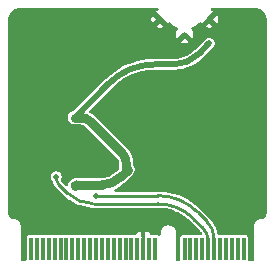
<source format=gbr>
%TF.GenerationSoftware,KiCad,Pcbnew,9.0.0*%
%TF.CreationDate,2025-05-23T16:00:21+04:00*%
%TF.ProjectId,02_05_sensor_magnetometer_LIS2MDLTR,30325f30-355f-4736-956e-736f725f6d61,rev?*%
%TF.SameCoordinates,Original*%
%TF.FileFunction,Copper,L2,Bot*%
%TF.FilePolarity,Positive*%
%FSLAX46Y46*%
G04 Gerber Fmt 4.6, Leading zero omitted, Abs format (unit mm)*
G04 Created by KiCad (PCBNEW 9.0.0) date 2025-05-23 16:00:21*
%MOMM*%
%LPD*%
G01*
G04 APERTURE LIST*
%TA.AperFunction,SMDPad,CuDef*%
%ADD10R,0.350000X1.950000*%
%TD*%
%TA.AperFunction,ComponentPad*%
%ADD11C,0.454000*%
%TD*%
%TA.AperFunction,ViaPad*%
%ADD12C,0.500000*%
%TD*%
%TA.AperFunction,ViaPad*%
%ADD13C,0.700000*%
%TD*%
%TA.AperFunction,Conductor*%
%ADD14C,0.750000*%
%TD*%
%TA.AperFunction,Conductor*%
%ADD15C,0.500000*%
%TD*%
%TA.AperFunction,Conductor*%
%ADD16C,0.250000*%
%TD*%
G04 APERTURE END LIST*
D10*
%TO.P,J1,2,3.3V*%
%TO.N,+3V3*%
X157501100Y-112840617D03*
%TO.P,J1,4,3.3V_EN*%
%TO.N,/3.3V_EN*%
X157001100Y-112840617D03*
%TO.P,J1,6,~{RESET}*%
%TO.N,+5V*%
X156501100Y-112840617D03*
%TO.P,J1,8,G11*%
%TO.N,/G11-SWO*%
X156001100Y-112840617D03*
%TO.P,J1,10,D0*%
%TO.N,/D0*%
X155501100Y-112840617D03*
%TO.P,J1,12,I2C_SDA*%
%TO.N,LIS2MDLTR_SDA*%
X155001100Y-112840617D03*
%TO.P,J1,14,I2C_SCL*%
%TO.N,LIS2MDLTR_SCL*%
X154501100Y-112840617D03*
%TO.P,J1,16,I2C_~{INT}*%
%TO.N,/I2C_~{INT}*%
X154001100Y-112840617D03*
%TO.P,J1,18,D1/CAM_TRIG*%
%TO.N,/D1-CAM_TRIG*%
X153501100Y-112840617D03*
%TO.P,J1,20,RX2*%
%TO.N,/UART_RX2*%
X153001100Y-112840617D03*
%TO.P,J1,22,TX2*%
%TO.N,/UART_TX2*%
X152501100Y-112840617D03*
%TO.P,J1,32,PWM0*%
%TO.N,/PWM0*%
X150001100Y-112840617D03*
%TO.P,J1,34,A0*%
%TO.N,/A0*%
X149501100Y-112840617D03*
%TO.P,J1,36,GND*%
%TO.N,GND*%
X149001100Y-112840617D03*
%TO.P,J1,38,A1*%
%TO.N,/A1*%
X148501100Y-112840617D03*
%TO.P,J1,40,G0/BUS0*%
%TO.N,/G0*%
X148001100Y-112840617D03*
%TO.P,J1,42,G1/BUS1*%
%TO.N,LIS2MDLTR_pwr_cyc*%
X147501100Y-112840617D03*
%TO.P,J1,44,G2/BUS2*%
%TO.N,LIS2MDLTR_INT*%
X147001100Y-112840617D03*
%TO.P,J1,46,G3/BUS3*%
%TO.N,/G3*%
X146501100Y-112840617D03*
%TO.P,J1,48,G4/BUS4*%
%TO.N,/G4*%
X146001100Y-112840617D03*
%TO.P,J1,50,AUD_BCLK*%
%TO.N,/AUD_BCLK*%
X145501100Y-112840617D03*
%TO.P,J1,52,AUD_LRCLK*%
%TO.N,/AUD_LRCLK*%
X145001100Y-112840617D03*
%TO.P,J1,54,AUD_IN/CAM_PCLK*%
%TO.N,/AUD_IN-CAM_PCLK*%
X144501100Y-112840617D03*
%TO.P,J1,56,AUD_OUT/CAM_MCLK*%
%TO.N,/AUD_OUT-CAM_MCLK*%
X144001100Y-112840617D03*
%TO.P,J1,58,AUD_MCLK*%
%TO.N,/AUD_MCLK*%
X143501100Y-112840617D03*
%TO.P,J1,60,SPI_SCK1/SDIO_CLK*%
%TO.N,LIS2MDLTR_MOSI*%
X143001100Y-112840617D03*
%TO.P,J1,62,SPI_SDO1/SDIO_CMD*%
%TO.N,LIS2MDLTR_MISO*%
X142501100Y-112840617D03*
%TO.P,J1,64,SPI_SDI1/SDIO_DATA0*%
%TO.N,LIS2MDLTR_SCK*%
X142001100Y-112840617D03*
%TO.P,J1,66,SDIO_DATA1*%
%TO.N,LIS2MDLTR_CS*%
X141501100Y-112840617D03*
%TO.P,J1,68,SDIO_DATA2*%
%TO.N,/SDIO_DATA2*%
X141001100Y-112840617D03*
%TO.P,J1,70,SPI_~{CS1}/SDIO_DATA3*%
%TO.N,/SDIO_DATA3-~{SPI_CS1}*%
X140501100Y-112840617D03*
%TO.P,J1,72,RTC_3V*%
%TO.N,/RTC_3V_BATT*%
X140001100Y-112840617D03*
%TO.P,J1,74,3.3V*%
%TO.N,+3V3*%
X139501100Y-112840617D03*
D11*
%TO.P,J1,GND1,GND*%
%TO.N,GND*%
X150401100Y-93365617D03*
%TO.P,J1,GND2,GND*%
X152501100Y-94665617D03*
%TO.P,J1,GND3,GND*%
X154601100Y-93365617D03*
%TD*%
D12*
%TO.N,+3V3*%
X154600000Y-95400000D03*
X143200000Y-107500000D03*
X143200000Y-101700000D03*
X147700000Y-106100000D03*
D13*
%TO.N,GND*%
X153900000Y-97900000D03*
X145400000Y-94915617D03*
X146400000Y-94915617D03*
X153900000Y-98900000D03*
X147400000Y-93915617D03*
X152900000Y-98900000D03*
X146400000Y-93915617D03*
X145400000Y-95915617D03*
X145400000Y-93915617D03*
X151900000Y-99900000D03*
X152900000Y-99900000D03*
X153900000Y-99900000D03*
D12*
%TO.N,LIS2MDLTR_SCL*%
X141650064Y-106704093D03*
%TO.N,LIS2MDLTR_SDA*%
X145000000Y-108300000D03*
%TD*%
D14*
%TO.N,+3V3*%
X143200000Y-101700000D02*
X143700000Y-101700000D01*
X143370710Y-107400000D02*
X145480761Y-107400000D01*
D15*
X154600000Y-95400000D02*
X153700000Y-96300000D01*
D14*
X147650000Y-106100000D02*
X147700000Y-106100000D01*
X143200000Y-107500000D02*
X143250000Y-107450000D01*
X147564644Y-106064644D02*
X147564644Y-105564644D01*
D15*
X149953963Y-97200000D02*
X151527207Y-97200000D01*
X146106207Y-98793792D02*
X143200000Y-101700000D01*
D14*
X147211090Y-104711090D02*
X144553553Y-102053553D01*
X147050000Y-106750000D02*
X147700000Y-106100000D01*
D15*
X149953963Y-97200000D02*
G75*
G03*
X146106236Y-98793821I37J-5441500D01*
G01*
X153700000Y-96300000D02*
G75*
G02*
X151527207Y-97200003I-2172800J2172800D01*
G01*
D14*
X147564644Y-106064644D02*
G75*
G03*
X147650000Y-106100003I85356J85344D01*
G01*
X144553553Y-102053553D02*
G75*
G03*
X143700000Y-101699998I-853553J-853547D01*
G01*
X147050000Y-106750000D02*
G75*
G02*
X145480761Y-107399984I-1569200J1569200D01*
G01*
X147211090Y-104711090D02*
G75*
G02*
X147564602Y-105564644I-853590J-853510D01*
G01*
X143370710Y-107400000D02*
G75*
G03*
X143249997Y-107449997I-10J-170700D01*
G01*
D16*
%TO.N,LIS2MDLTR_SCL*%
X141807738Y-107307738D02*
X142575032Y-108075032D01*
X150231455Y-109000000D02*
X144808102Y-109000000D01*
X154501100Y-112170858D02*
X154501100Y-112840617D01*
X154027509Y-111027509D02*
X153250550Y-110250550D01*
X141650064Y-106704093D02*
X141650064Y-106927078D01*
X154027509Y-111027509D02*
G75*
G02*
X154501141Y-112170858I-1143309J-1143391D01*
G01*
X141807738Y-107307738D02*
G75*
G02*
X141650080Y-106927078I380662J380638D01*
G01*
X150231455Y-109000000D02*
G75*
G02*
X153250563Y-110250537I45J-4269600D01*
G01*
X144808102Y-109000000D02*
G75*
G02*
X142575039Y-108075025I-2J3158000D01*
G01*
%TO.N,LIS2MDLTR_SDA*%
X150219323Y-108300000D02*
X145100000Y-108300000D01*
X155001100Y-111970858D02*
X155001100Y-112840617D01*
X154386087Y-110486087D02*
X153600550Y-109700550D01*
X150219323Y-108300000D02*
G75*
G02*
X153600543Y-109700557I-23J-4781800D01*
G01*
X154386087Y-110486087D02*
G75*
G02*
X155001124Y-111970858I-1484787J-1484813D01*
G01*
%TD*%
%TA.AperFunction,Conductor*%
%TO.N,GND*%
G36*
X150256125Y-92435802D02*
G01*
X150301880Y-92488606D01*
X150311824Y-92557764D01*
X150282799Y-92621320D01*
X150224021Y-92659094D01*
X150213277Y-92661734D01*
X150189049Y-92666553D01*
X150071678Y-92715168D01*
X150561613Y-93205104D01*
X151051547Y-93695038D01*
X151055949Y-93694162D01*
X151091477Y-93650076D01*
X151157771Y-93628010D01*
X151225470Y-93645288D01*
X151243401Y-93658218D01*
X151419344Y-93810673D01*
X151419350Y-93810677D01*
X151635996Y-93949907D01*
X151636019Y-93949920D01*
X151862774Y-94053475D01*
X151915578Y-94099229D01*
X151935263Y-94166269D01*
X151915579Y-94233308D01*
X151914366Y-94235159D01*
X151856840Y-94321254D01*
X151802038Y-94453558D01*
X151802036Y-94453566D01*
X151774100Y-94594009D01*
X151774100Y-94737224D01*
X151802035Y-94877667D01*
X151802038Y-94877676D01*
X151850650Y-94995037D01*
X152252905Y-94592784D01*
X152314228Y-94559299D01*
X152383920Y-94564283D01*
X152428267Y-94592784D01*
X152430389Y-94594906D01*
X152416324Y-94608972D01*
X152401100Y-94645726D01*
X152401100Y-94685508D01*
X152416324Y-94722262D01*
X152444455Y-94750393D01*
X152481209Y-94765617D01*
X152520991Y-94765617D01*
X152557745Y-94750393D01*
X152585876Y-94722262D01*
X152601100Y-94685508D01*
X152601100Y-94645726D01*
X152585876Y-94608972D01*
X152571810Y-94594906D01*
X152573932Y-94592785D01*
X152635255Y-94559300D01*
X152704947Y-94564284D01*
X152749294Y-94592785D01*
X153151547Y-94995038D01*
X153200161Y-94877675D01*
X153200163Y-94877667D01*
X153228099Y-94737224D01*
X153228100Y-94737221D01*
X153228100Y-94594013D01*
X153228099Y-94594009D01*
X153200163Y-94453566D01*
X153200161Y-94453558D01*
X153145358Y-94321250D01*
X153087834Y-94235159D01*
X153066956Y-94168482D01*
X153085441Y-94101102D01*
X153137420Y-94054412D01*
X153139316Y-94053524D01*
X153221343Y-94016064D01*
X154271677Y-94016064D01*
X154389041Y-94064678D01*
X154389049Y-94064680D01*
X154529492Y-94092616D01*
X154529496Y-94092617D01*
X154672704Y-94092617D01*
X154672707Y-94092616D01*
X154813150Y-94064680D01*
X154813158Y-94064678D01*
X154930521Y-94016064D01*
X154601101Y-93686643D01*
X154601100Y-93686643D01*
X154271677Y-94016064D01*
X153221343Y-94016064D01*
X153366192Y-93949914D01*
X153582856Y-93810673D01*
X153758800Y-93658216D01*
X153822353Y-93629193D01*
X153891511Y-93639136D01*
X153944315Y-93684891D01*
X153949503Y-93694810D01*
X153950650Y-93695038D01*
X154299964Y-93345726D01*
X154501100Y-93345726D01*
X154501100Y-93385508D01*
X154516324Y-93422262D01*
X154544455Y-93450393D01*
X154581209Y-93465617D01*
X154620991Y-93465617D01*
X154657745Y-93450393D01*
X154685876Y-93422262D01*
X154701100Y-93385508D01*
X154701100Y-93365616D01*
X154922126Y-93365616D01*
X154922126Y-93365617D01*
X155251547Y-93695038D01*
X155300161Y-93577675D01*
X155300163Y-93577667D01*
X155328099Y-93437224D01*
X155328100Y-93437221D01*
X155328100Y-93294013D01*
X155328099Y-93294009D01*
X155300163Y-93153566D01*
X155300161Y-93153558D01*
X155251547Y-93036194D01*
X154922126Y-93365616D01*
X154701100Y-93365616D01*
X154701100Y-93345726D01*
X154685876Y-93308972D01*
X154657745Y-93280841D01*
X154620991Y-93265617D01*
X154581209Y-93265617D01*
X154544455Y-93280841D01*
X154516324Y-93308972D01*
X154501100Y-93345726D01*
X154299964Y-93345726D01*
X154419117Y-93226574D01*
X154440587Y-93205104D01*
X154930521Y-92715168D01*
X154813159Y-92666555D01*
X154813150Y-92666553D01*
X154788923Y-92661734D01*
X154727012Y-92629350D01*
X154692438Y-92568634D01*
X154696177Y-92498865D01*
X154737043Y-92442192D01*
X154802061Y-92416611D01*
X154813114Y-92416117D01*
X158493234Y-92416117D01*
X158506716Y-92416852D01*
X158537216Y-92420187D01*
X158653104Y-92432863D01*
X158673654Y-92436890D01*
X158811775Y-92476317D01*
X158831349Y-92483743D01*
X158960838Y-92545843D01*
X158960865Y-92545856D01*
X158978917Y-92556475D01*
X159067068Y-92618914D01*
X159096114Y-92639488D01*
X159096133Y-92639501D01*
X159112142Y-92653009D01*
X159213701Y-92754570D01*
X159227208Y-92770578D01*
X159310233Y-92887796D01*
X159320852Y-92905850D01*
X159382957Y-93035356D01*
X159390387Y-93054939D01*
X159429813Y-93193063D01*
X159433840Y-93213617D01*
X159449865Y-93360146D01*
X159450600Y-93373627D01*
X159450600Y-109755872D01*
X159449451Y-109772714D01*
X159435814Y-109872185D01*
X159429333Y-109898169D01*
X159396341Y-109987818D01*
X159384432Y-110011804D01*
X159379611Y-110019341D01*
X159332964Y-110092274D01*
X159316183Y-110113144D01*
X159248633Y-110180692D01*
X159227763Y-110197471D01*
X159147286Y-110248941D01*
X159123298Y-110260850D01*
X159033656Y-110293836D01*
X159007671Y-110300317D01*
X158906155Y-110314230D01*
X158892791Y-110315329D01*
X158872130Y-110315907D01*
X158864324Y-110317542D01*
X158838078Y-110319407D01*
X158838072Y-110319408D01*
X158723484Y-110352555D01*
X158618415Y-110409056D01*
X158618407Y-110409062D01*
X158527573Y-110486380D01*
X158455019Y-110581074D01*
X158455018Y-110581076D01*
X158403992Y-110688904D01*
X158378932Y-110795850D01*
X158376775Y-110805053D01*
X158376007Y-110844291D01*
X158375600Y-110844699D01*
X158375600Y-110865177D01*
X158375590Y-110865687D01*
X158375579Y-110866282D01*
X158375579Y-110866318D01*
X158375020Y-110896650D01*
X158375600Y-110900539D01*
X158375600Y-113726000D01*
X158355915Y-113793039D01*
X158303111Y-113838794D01*
X158251600Y-113850000D01*
X158000600Y-113850000D01*
X157933561Y-113830315D01*
X157887806Y-113777511D01*
X157876600Y-113726000D01*
X157876600Y-111845866D01*
X157876599Y-111845864D01*
X157864968Y-111787387D01*
X157864967Y-111787386D01*
X157820652Y-111721064D01*
X157754330Y-111676749D01*
X157754329Y-111676748D01*
X157695852Y-111665117D01*
X157695848Y-111665117D01*
X157306352Y-111665117D01*
X157306351Y-111665117D01*
X157275288Y-111671295D01*
X157226912Y-111671295D01*
X157195849Y-111665117D01*
X157195848Y-111665117D01*
X156806352Y-111665117D01*
X156806351Y-111665117D01*
X156775288Y-111671295D01*
X156726912Y-111671295D01*
X156695849Y-111665117D01*
X156695848Y-111665117D01*
X156306352Y-111665117D01*
X156306351Y-111665117D01*
X156275288Y-111671295D01*
X156226912Y-111671295D01*
X156195849Y-111665117D01*
X156195848Y-111665117D01*
X155806352Y-111665117D01*
X155806351Y-111665117D01*
X155775288Y-111671295D01*
X155726912Y-111671295D01*
X155695849Y-111665117D01*
X155695848Y-111665117D01*
X155418012Y-111665117D01*
X155350973Y-111645432D01*
X155305218Y-111592628D01*
X155297407Y-111567234D01*
X155296890Y-111567353D01*
X155283440Y-111508429D01*
X155235497Y-111298389D01*
X155145524Y-111041274D01*
X155132094Y-111013387D01*
X155027334Y-110795856D01*
X155027333Y-110795855D01*
X154882401Y-110565202D01*
X154712558Y-110352231D01*
X154646552Y-110286226D01*
X154646552Y-110286225D01*
X153795098Y-109434770D01*
X153794967Y-109434654D01*
X153688822Y-109328509D01*
X153688815Y-109328502D01*
X153646021Y-109291952D01*
X153383647Y-109067862D01*
X153383633Y-109067852D01*
X153129193Y-108882991D01*
X153058958Y-108831962D01*
X153058955Y-108831960D01*
X153058948Y-108831955D01*
X152716784Y-108622276D01*
X152716773Y-108622269D01*
X152516206Y-108520075D01*
X152359181Y-108440066D01*
X152325701Y-108426198D01*
X151988411Y-108286487D01*
X151988406Y-108286485D01*
X151988400Y-108286483D01*
X151606713Y-108162464D01*
X151216472Y-108068774D01*
X151216466Y-108068773D01*
X150820087Y-108005990D01*
X150820075Y-108005989D01*
X150419993Y-107974500D01*
X150419990Y-107974500D01*
X150262176Y-107974500D01*
X146662459Y-107974500D01*
X146595420Y-107954815D01*
X146549665Y-107902011D01*
X146539721Y-107832853D01*
X146568746Y-107769297D01*
X146615007Y-107735939D01*
X146677102Y-107710219D01*
X146919274Y-107580778D01*
X147147591Y-107428223D01*
X147359855Y-107254023D01*
X147403360Y-107210517D01*
X147403365Y-107210515D01*
X147456940Y-107156940D01*
X147506352Y-107107529D01*
X147506352Y-107107527D01*
X147516557Y-107097323D01*
X147516560Y-107097318D01*
X148160515Y-106453365D01*
X148236281Y-106322135D01*
X148275500Y-106175766D01*
X148275500Y-106024233D01*
X148236281Y-105877865D01*
X148160515Y-105746635D01*
X148160513Y-105746633D01*
X148156757Y-105740127D01*
X148152607Y-105724645D01*
X148145174Y-105713085D01*
X148140152Y-105678182D01*
X148140144Y-105678152D01*
X148140144Y-105488878D01*
X148140104Y-105488733D01*
X148140103Y-105480368D01*
X148140104Y-105480361D01*
X148140103Y-105480335D01*
X148140105Y-105447829D01*
X148109614Y-105216154D01*
X148049144Y-104990441D01*
X147959730Y-104774552D01*
X147842903Y-104572181D01*
X147700660Y-104386789D01*
X147678108Y-104364235D01*
X147671612Y-104357738D01*
X147671605Y-104357725D01*
X147615022Y-104301142D01*
X147615020Y-104301140D01*
X147615019Y-104301138D01*
X147563540Y-104249654D01*
X147563485Y-104249605D01*
X144902603Y-101588722D01*
X144902572Y-101588693D01*
X144877881Y-101564002D01*
X144877874Y-101563996D01*
X144692496Y-101421751D01*
X144692494Y-101421750D01*
X144692488Y-101421745D01*
X144490119Y-101304906D01*
X144490117Y-101304905D01*
X144479186Y-101300377D01*
X144424785Y-101256534D01*
X144402723Y-101190238D01*
X144420005Y-101122540D01*
X144438959Y-101098141D01*
X146423037Y-99114064D01*
X146426497Y-99110737D01*
X146708980Y-98849607D01*
X146716342Y-98843319D01*
X147016493Y-98606694D01*
X147024313Y-98601011D01*
X147342119Y-98388655D01*
X147350384Y-98383591D01*
X147683836Y-98196844D01*
X147692489Y-98192436D01*
X148039567Y-98032427D01*
X148048519Y-98028719D01*
X148407095Y-97896429D01*
X148416312Y-97893435D01*
X148784139Y-97789694D01*
X148793602Y-97787421D01*
X149168441Y-97712858D01*
X149178008Y-97711343D01*
X149557552Y-97666419D01*
X149567220Y-97665658D01*
X149950505Y-97650595D01*
X149955374Y-97650500D01*
X151467899Y-97650500D01*
X151475843Y-97650500D01*
X151475853Y-97650503D01*
X151527208Y-97650503D01*
X151700293Y-97650503D01*
X151700296Y-97650503D01*
X152044806Y-97616571D01*
X152384331Y-97549034D01*
X152715601Y-97448544D01*
X153035426Y-97316068D01*
X153340726Y-97152881D01*
X153628561Y-96960555D01*
X153896160Y-96740943D01*
X153976612Y-96660489D01*
X153976614Y-96660489D01*
X153982240Y-96654862D01*
X153982249Y-96654857D01*
X154018551Y-96618551D01*
X154018552Y-96618552D01*
X154039520Y-96597582D01*
X154960489Y-95676614D01*
X155019799Y-95573887D01*
X155026285Y-95549675D01*
X155026286Y-95549675D01*
X155026286Y-95549671D01*
X155050500Y-95459309D01*
X155050500Y-95340691D01*
X155019799Y-95226114D01*
X155019799Y-95226113D01*
X154960489Y-95123386D01*
X154876614Y-95039511D01*
X154825250Y-95009856D01*
X154773888Y-94980201D01*
X154761780Y-94976957D01*
X154749673Y-94973713D01*
X154749670Y-94973712D01*
X154711478Y-94963478D01*
X154659309Y-94949500D01*
X154540691Y-94949500D01*
X154450325Y-94973713D01*
X154450324Y-94973712D01*
X154426116Y-94980199D01*
X154426113Y-94980200D01*
X154323386Y-95039511D01*
X154323383Y-95039513D01*
X153402417Y-95960478D01*
X153402417Y-95960479D01*
X153383904Y-95978992D01*
X153378852Y-95983767D01*
X153167377Y-96172754D01*
X153156505Y-96181425D01*
X152928029Y-96343536D01*
X152916255Y-96350934D01*
X152671070Y-96486444D01*
X152658542Y-96492477D01*
X152399731Y-96599680D01*
X152386605Y-96604273D01*
X152117408Y-96681827D01*
X152103852Y-96684921D01*
X151827675Y-96731847D01*
X151813857Y-96733404D01*
X151530731Y-96749305D01*
X151523778Y-96749500D01*
X150005362Y-96749500D01*
X150005225Y-96749460D01*
X149743523Y-96749460D01*
X149323724Y-96779489D01*
X148907131Y-96839388D01*
X148495888Y-96928853D01*
X148092052Y-97047434D01*
X147697738Y-97194509D01*
X147314888Y-97369355D01*
X146945504Y-97571058D01*
X146591439Y-97798607D01*
X146591435Y-97798610D01*
X146254523Y-98050824D01*
X145936463Y-98326431D01*
X145936435Y-98326457D01*
X145829595Y-98433301D01*
X143167075Y-101095821D01*
X143111488Y-101127915D01*
X143065846Y-101140144D01*
X142977865Y-101163719D01*
X142977863Y-101163719D01*
X142977863Y-101163720D01*
X142846635Y-101239485D01*
X142846632Y-101239487D01*
X142739487Y-101346632D01*
X142739485Y-101346635D01*
X142663719Y-101477863D01*
X142624500Y-101624234D01*
X142624500Y-101775765D01*
X142663719Y-101922136D01*
X142701602Y-101987750D01*
X142739485Y-102053365D01*
X142846635Y-102160515D01*
X142977865Y-102236281D01*
X143124234Y-102275500D01*
X143630122Y-102275500D01*
X143693907Y-102275500D01*
X143706060Y-102276097D01*
X143728192Y-102278276D01*
X143811067Y-102286439D01*
X143834905Y-102291181D01*
X143930019Y-102320034D01*
X143952474Y-102329334D01*
X144040130Y-102376188D01*
X144060340Y-102389692D01*
X144141922Y-102456646D01*
X144150933Y-102464813D01*
X146799809Y-105113689D01*
X146807985Y-105122710D01*
X146874926Y-105204286D01*
X146888430Y-105224498D01*
X146935276Y-105312150D01*
X146944577Y-105334607D01*
X146973425Y-105429719D01*
X146978166Y-105453561D01*
X146988546Y-105558998D01*
X146989143Y-105571145D01*
X146989143Y-105583771D01*
X146989141Y-105634501D01*
X146989143Y-105634512D01*
X146989144Y-105642123D01*
X146989144Y-105945613D01*
X146969459Y-106012652D01*
X146952825Y-106033294D01*
X146692473Y-106293646D01*
X146692467Y-106293650D01*
X146645951Y-106340168D01*
X146640028Y-106345716D01*
X146487514Y-106479467D01*
X146474645Y-106489341D01*
X146309390Y-106599760D01*
X146295343Y-106607871D01*
X146117091Y-106695774D01*
X146102105Y-106701981D01*
X145913894Y-106765868D01*
X145898227Y-106770066D01*
X145703293Y-106808838D01*
X145687211Y-106810955D01*
X145484554Y-106824234D01*
X145476448Y-106824499D01*
X145442917Y-106824499D01*
X145410893Y-106824499D01*
X145410889Y-106824499D01*
X145403284Y-106824500D01*
X145403283Y-106824499D01*
X145403282Y-106824500D01*
X143294944Y-106824500D01*
X143294941Y-106824500D01*
X143294939Y-106824501D01*
X143292209Y-106825232D01*
X143284324Y-106827069D01*
X143153067Y-106853172D01*
X143017264Y-106909419D01*
X143017251Y-106909426D01*
X142913714Y-106978604D01*
X142913708Y-106978608D01*
X142902503Y-106986096D01*
X142896635Y-106989485D01*
X142861547Y-107024573D01*
X142843060Y-107043060D01*
X142841105Y-107045014D01*
X142841094Y-107045025D01*
X142793646Y-107092472D01*
X142793645Y-107092472D01*
X142793646Y-107092473D01*
X142739484Y-107146635D01*
X142663720Y-107277861D01*
X142629382Y-107406013D01*
X142593017Y-107465673D01*
X142530170Y-107496202D01*
X142460794Y-107487907D01*
X142421926Y-107461600D01*
X142340141Y-107379815D01*
X142052387Y-107092060D01*
X142018902Y-107030737D01*
X142023886Y-106961045D01*
X142032682Y-106942378D01*
X142069860Y-106877984D01*
X142069861Y-106877983D01*
X142069862Y-106877980D01*
X142069863Y-106877979D01*
X142100564Y-106763402D01*
X142100564Y-106644784D01*
X142069863Y-106530207D01*
X142010553Y-106427480D01*
X141926677Y-106343604D01*
X141823950Y-106284294D01*
X141709373Y-106253593D01*
X141590755Y-106253593D01*
X141476178Y-106284294D01*
X141476176Y-106284294D01*
X141476176Y-106284295D01*
X141373451Y-106343604D01*
X141373448Y-106343606D01*
X141289577Y-106427477D01*
X141289575Y-106427480D01*
X141230265Y-106530207D01*
X141199564Y-106644784D01*
X141199564Y-106763402D01*
X141230265Y-106877979D01*
X141289575Y-106980706D01*
X141289577Y-106980708D01*
X141299971Y-106991102D01*
X141333456Y-107052425D01*
X141334764Y-107059387D01*
X141345843Y-107129350D01*
X141387854Y-107258661D01*
X141387855Y-107258663D01*
X141449579Y-107379815D01*
X141484749Y-107428225D01*
X141529500Y-107489825D01*
X141541422Y-107501747D01*
X141541423Y-107501747D01*
X141547269Y-107507593D01*
X141547273Y-107507600D01*
X141577567Y-107537894D01*
X141577571Y-107537898D01*
X141621081Y-107581410D01*
X141621095Y-107581422D01*
X142381050Y-108341376D01*
X142381145Y-108341459D01*
X142465878Y-108426192D01*
X142465884Y-108426198D01*
X142730461Y-108643334D01*
X142730465Y-108643336D01*
X142730469Y-108643340D01*
X142829433Y-108709466D01*
X143015047Y-108833491D01*
X143316902Y-108994838D01*
X143489840Y-109066471D01*
X143633113Y-109125818D01*
X143633117Y-109125819D01*
X143633119Y-109125820D01*
X143960651Y-109225177D01*
X144296345Y-109291951D01*
X144636967Y-109325500D01*
X144765249Y-109325500D01*
X150179904Y-109325500D01*
X150228754Y-109325500D01*
X150234161Y-109325618D01*
X150569807Y-109340269D01*
X150580584Y-109341212D01*
X150619218Y-109346297D01*
X150910992Y-109384708D01*
X150921622Y-109386582D01*
X151247011Y-109458716D01*
X151257440Y-109461511D01*
X151575285Y-109561724D01*
X151585431Y-109565417D01*
X151893336Y-109692954D01*
X151903116Y-109697514D01*
X152198734Y-109851401D01*
X152208099Y-109856807D01*
X152433595Y-110000464D01*
X152489172Y-110035870D01*
X152498033Y-110042075D01*
X152762422Y-110244947D01*
X152770698Y-110251891D01*
X153018105Y-110478597D01*
X153021989Y-110482316D01*
X153760897Y-111221224D01*
X153760899Y-111221227D01*
X153793915Y-111254242D01*
X153800511Y-111261377D01*
X153922635Y-111404356D01*
X153934072Y-111420098D01*
X153968530Y-111476324D01*
X153986777Y-111543769D01*
X153965663Y-111610372D01*
X153911893Y-111654987D01*
X153862805Y-111665117D01*
X153806351Y-111665117D01*
X153775288Y-111671295D01*
X153726912Y-111671295D01*
X153695849Y-111665117D01*
X153695848Y-111665117D01*
X153306352Y-111665117D01*
X153306351Y-111665117D01*
X153275288Y-111671295D01*
X153226912Y-111671295D01*
X153195849Y-111665117D01*
X153195848Y-111665117D01*
X152806352Y-111665117D01*
X152806351Y-111665117D01*
X152775288Y-111671295D01*
X152726912Y-111671295D01*
X152695849Y-111665117D01*
X152695848Y-111665117D01*
X152306352Y-111665117D01*
X152306347Y-111665117D01*
X152247870Y-111676748D01*
X152247869Y-111676749D01*
X152181547Y-111721064D01*
X152137232Y-111787386D01*
X152137231Y-111787387D01*
X152125600Y-111845864D01*
X152125600Y-113726000D01*
X152123049Y-113734685D01*
X152124338Y-113743647D01*
X152113359Y-113767687D01*
X152105915Y-113793039D01*
X152099074Y-113798966D01*
X152095313Y-113807203D01*
X152073078Y-113821492D01*
X152053111Y-113838794D01*
X152042596Y-113841081D01*
X152036535Y-113844977D01*
X152001600Y-113850000D01*
X151900600Y-113850000D01*
X151833561Y-113830315D01*
X151787806Y-113777511D01*
X151776600Y-113726000D01*
X151776600Y-111392323D01*
X151776599Y-111392319D01*
X151770504Y-111365617D01*
X151743981Y-111249411D01*
X151680379Y-111117340D01*
X151667532Y-111101231D01*
X151654618Y-111085037D01*
X151588983Y-111002734D01*
X151523346Y-110950390D01*
X151474379Y-110911339D01*
X151474376Y-110911337D01*
X151342309Y-110847737D01*
X151342307Y-110847736D01*
X151342306Y-110847736D01*
X151297254Y-110837453D01*
X151199397Y-110815117D01*
X151199394Y-110815117D01*
X151052806Y-110815117D01*
X151052802Y-110815117D01*
X150909890Y-110847737D01*
X150777823Y-110911337D01*
X150777820Y-110911339D01*
X150663217Y-111002734D01*
X150571822Y-111117337D01*
X150571820Y-111117340D01*
X150508220Y-111249407D01*
X150475600Y-111392319D01*
X150475600Y-111592609D01*
X150455915Y-111659648D01*
X150403111Y-111705403D01*
X150333953Y-111715347D01*
X150282710Y-111695712D01*
X150265080Y-111683932D01*
X150254331Y-111676750D01*
X150254330Y-111676749D01*
X150254329Y-111676749D01*
X150254329Y-111676748D01*
X150195852Y-111665117D01*
X150195848Y-111665117D01*
X149806352Y-111665117D01*
X149806351Y-111665117D01*
X149775288Y-111671295D01*
X149767053Y-111671300D01*
X149762330Y-111673167D01*
X149727549Y-111671328D01*
X149727084Y-111671329D01*
X149726378Y-111671189D01*
X149695848Y-111665117D01*
X149695617Y-111665117D01*
X149689493Y-111663908D01*
X149663592Y-111650407D01*
X149636509Y-111639452D01*
X149630266Y-111633035D01*
X149627535Y-111631612D01*
X149625619Y-111628260D01*
X149614243Y-111616567D01*
X149533290Y-111508429D01*
X149533287Y-111508426D01*
X149418193Y-111422266D01*
X149418186Y-111422262D01*
X149283479Y-111372020D01*
X149283472Y-111372018D01*
X149223944Y-111365617D01*
X149176100Y-111365617D01*
X149176100Y-111691603D01*
X149173549Y-111700288D01*
X149174838Y-111709250D01*
X149158065Y-111753021D01*
X149156415Y-111758642D01*
X149155661Y-111759294D01*
X149155202Y-111760494D01*
X149137233Y-111787386D01*
X149137231Y-111787390D01*
X149125600Y-111845864D01*
X149125600Y-112716617D01*
X149123049Y-112725302D01*
X149124338Y-112734264D01*
X149113359Y-112758304D01*
X149105915Y-112783656D01*
X149099074Y-112789583D01*
X149095313Y-112797820D01*
X149073078Y-112812109D01*
X149053111Y-112829411D01*
X149042596Y-112831698D01*
X149036535Y-112835594D01*
X149001600Y-112840617D01*
X149000600Y-112840617D01*
X148933561Y-112820932D01*
X148887806Y-112768128D01*
X148876600Y-112716617D01*
X148876600Y-111845866D01*
X148876599Y-111845864D01*
X148864968Y-111787390D01*
X148864967Y-111787389D01*
X148864967Y-111787386D01*
X148846997Y-111760493D01*
X148843960Y-111750793D01*
X148837306Y-111743114D01*
X148833697Y-111718014D01*
X148826120Y-111693816D01*
X148826100Y-111691603D01*
X148826100Y-111365617D01*
X148778255Y-111365617D01*
X148718727Y-111372018D01*
X148718720Y-111372020D01*
X148584013Y-111422262D01*
X148584006Y-111422266D01*
X148468912Y-111508426D01*
X148387956Y-111616568D01*
X148365880Y-111633092D01*
X148346007Y-111652214D01*
X148336583Y-111655023D01*
X148332022Y-111658438D01*
X148312706Y-111663908D01*
X148306582Y-111665117D01*
X148306352Y-111665117D01*
X148275824Y-111671189D01*
X148275116Y-111671329D01*
X148274742Y-111671295D01*
X148226912Y-111671295D01*
X148195849Y-111665117D01*
X148195848Y-111665117D01*
X147806352Y-111665117D01*
X147806351Y-111665117D01*
X147775288Y-111671295D01*
X147726912Y-111671295D01*
X147695849Y-111665117D01*
X147695848Y-111665117D01*
X147306352Y-111665117D01*
X147306351Y-111665117D01*
X147275288Y-111671295D01*
X147226912Y-111671295D01*
X147195849Y-111665117D01*
X147195848Y-111665117D01*
X146806352Y-111665117D01*
X146806351Y-111665117D01*
X146775288Y-111671295D01*
X146726912Y-111671295D01*
X146695849Y-111665117D01*
X146695848Y-111665117D01*
X146306352Y-111665117D01*
X146306351Y-111665117D01*
X146275288Y-111671295D01*
X146226912Y-111671295D01*
X146195849Y-111665117D01*
X146195848Y-111665117D01*
X145806352Y-111665117D01*
X145806351Y-111665117D01*
X145775288Y-111671295D01*
X145726912Y-111671295D01*
X145695849Y-111665117D01*
X145695848Y-111665117D01*
X145306352Y-111665117D01*
X145306351Y-111665117D01*
X145275288Y-111671295D01*
X145226912Y-111671295D01*
X145195849Y-111665117D01*
X145195848Y-111665117D01*
X144806352Y-111665117D01*
X144806351Y-111665117D01*
X144775288Y-111671295D01*
X144726912Y-111671295D01*
X144695849Y-111665117D01*
X144695848Y-111665117D01*
X144306352Y-111665117D01*
X144306351Y-111665117D01*
X144275288Y-111671295D01*
X144226912Y-111671295D01*
X144195849Y-111665117D01*
X144195848Y-111665117D01*
X143806352Y-111665117D01*
X143806351Y-111665117D01*
X143775288Y-111671295D01*
X143726912Y-111671295D01*
X143695849Y-111665117D01*
X143695848Y-111665117D01*
X143306352Y-111665117D01*
X143306351Y-111665117D01*
X143275288Y-111671295D01*
X143226912Y-111671295D01*
X143195849Y-111665117D01*
X143195848Y-111665117D01*
X142806352Y-111665117D01*
X142806351Y-111665117D01*
X142775288Y-111671295D01*
X142726912Y-111671295D01*
X142695849Y-111665117D01*
X142695848Y-111665117D01*
X142306352Y-111665117D01*
X142306351Y-111665117D01*
X142275288Y-111671295D01*
X142226912Y-111671295D01*
X142195849Y-111665117D01*
X142195848Y-111665117D01*
X141806352Y-111665117D01*
X141806351Y-111665117D01*
X141775288Y-111671295D01*
X141726912Y-111671295D01*
X141695849Y-111665117D01*
X141695848Y-111665117D01*
X141306352Y-111665117D01*
X141306351Y-111665117D01*
X141275288Y-111671295D01*
X141226912Y-111671295D01*
X141195849Y-111665117D01*
X141195848Y-111665117D01*
X140806352Y-111665117D01*
X140806351Y-111665117D01*
X140775288Y-111671295D01*
X140726912Y-111671295D01*
X140695849Y-111665117D01*
X140695848Y-111665117D01*
X140306352Y-111665117D01*
X140306351Y-111665117D01*
X140275288Y-111671295D01*
X140226912Y-111671295D01*
X140195849Y-111665117D01*
X140195848Y-111665117D01*
X139806352Y-111665117D01*
X139806351Y-111665117D01*
X139775288Y-111671295D01*
X139726912Y-111671295D01*
X139695849Y-111665117D01*
X139695848Y-111665117D01*
X139306352Y-111665117D01*
X139306347Y-111665117D01*
X139247870Y-111676748D01*
X139247869Y-111676749D01*
X139181547Y-111721064D01*
X139137232Y-111787386D01*
X139137231Y-111787387D01*
X139125600Y-111845864D01*
X139125600Y-113726000D01*
X139105915Y-113793039D01*
X139053111Y-113838794D01*
X139001600Y-113850000D01*
X138750600Y-113850000D01*
X138683561Y-113830315D01*
X138637806Y-113777511D01*
X138626600Y-113726000D01*
X138626600Y-110881241D01*
X138627044Y-110880593D01*
X138626600Y-110864897D01*
X138626600Y-110844699D01*
X138626600Y-110826203D01*
X138625358Y-110820392D01*
X138624921Y-110804774D01*
X138596979Y-110689222D01*
X138545670Y-110581983D01*
X138473227Y-110487723D01*
X138382803Y-110410546D01*
X138278333Y-110353810D01*
X138278331Y-110353809D01*
X138278326Y-110353807D01*
X138164368Y-110319986D01*
X138164370Y-110319986D01*
X138164365Y-110319985D01*
X138164363Y-110319984D01*
X138164360Y-110319984D01*
X138138070Y-110317895D01*
X138137667Y-110317863D01*
X138119954Y-110316397D01*
X138118915Y-110315596D01*
X138105852Y-110315230D01*
X138102491Y-110314952D01*
X138101888Y-110314719D01*
X138095880Y-110314225D01*
X137994523Y-110300333D01*
X137968538Y-110293853D01*
X137878887Y-110260863D01*
X137854901Y-110248955D01*
X137774423Y-110197486D01*
X137753555Y-110180709D01*
X137685997Y-110113152D01*
X137669222Y-110092288D01*
X137617751Y-110011812D01*
X137605842Y-109987826D01*
X137572848Y-109898172D01*
X137566367Y-109872187D01*
X137563860Y-109853902D01*
X137552749Y-109772844D01*
X137551600Y-109756003D01*
X137551600Y-95316064D01*
X152171677Y-95316064D01*
X152289041Y-95364678D01*
X152289049Y-95364680D01*
X152429492Y-95392616D01*
X152429496Y-95392617D01*
X152572704Y-95392617D01*
X152572707Y-95392616D01*
X152713150Y-95364680D01*
X152713158Y-95364678D01*
X152830521Y-95316064D01*
X152501101Y-94986643D01*
X152501100Y-94986643D01*
X152171677Y-95316064D01*
X137551600Y-95316064D01*
X137551600Y-94016064D01*
X150071677Y-94016064D01*
X150189041Y-94064678D01*
X150189049Y-94064680D01*
X150329492Y-94092616D01*
X150329496Y-94092617D01*
X150472704Y-94092617D01*
X150472707Y-94092616D01*
X150613150Y-94064680D01*
X150613158Y-94064678D01*
X150730521Y-94016064D01*
X150401101Y-93686643D01*
X150401100Y-93686643D01*
X150071677Y-94016064D01*
X137551600Y-94016064D01*
X137551600Y-93373470D01*
X137552335Y-93359989D01*
X137559551Y-93294009D01*
X149674100Y-93294009D01*
X149674100Y-93437224D01*
X149702035Y-93577667D01*
X149702038Y-93577676D01*
X149750650Y-93695037D01*
X150080073Y-93365617D01*
X150060182Y-93345726D01*
X150301100Y-93345726D01*
X150301100Y-93385508D01*
X150316324Y-93422262D01*
X150344455Y-93450393D01*
X150381209Y-93465617D01*
X150420991Y-93465617D01*
X150457745Y-93450393D01*
X150485876Y-93422262D01*
X150501100Y-93385508D01*
X150501100Y-93345726D01*
X150485876Y-93308972D01*
X150457745Y-93280841D01*
X150420991Y-93265617D01*
X150381209Y-93265617D01*
X150344455Y-93280841D01*
X150316324Y-93308972D01*
X150301100Y-93345726D01*
X150060182Y-93345726D01*
X149750651Y-93036195D01*
X149702036Y-93153566D01*
X149702035Y-93153566D01*
X149674100Y-93294009D01*
X137559551Y-93294009D01*
X137561691Y-93274441D01*
X137561691Y-93274440D01*
X137568343Y-93213615D01*
X137572370Y-93193061D01*
X137583643Y-93153566D01*
X137611797Y-93054931D01*
X137619223Y-93035356D01*
X137681335Y-92905836D01*
X137691953Y-92887786D01*
X137774980Y-92770565D01*
X137788478Y-92754566D01*
X137890053Y-92652989D01*
X137906048Y-92639493D01*
X138023275Y-92556459D01*
X138041318Y-92545845D01*
X138170846Y-92483726D01*
X138190415Y-92476302D01*
X138328541Y-92436873D01*
X138349091Y-92432846D01*
X138495327Y-92416851D01*
X138508809Y-92416117D01*
X150189086Y-92416117D01*
X150256125Y-92435802D01*
G37*
%TD.AperFunction*%
%TD*%
M02*

</source>
